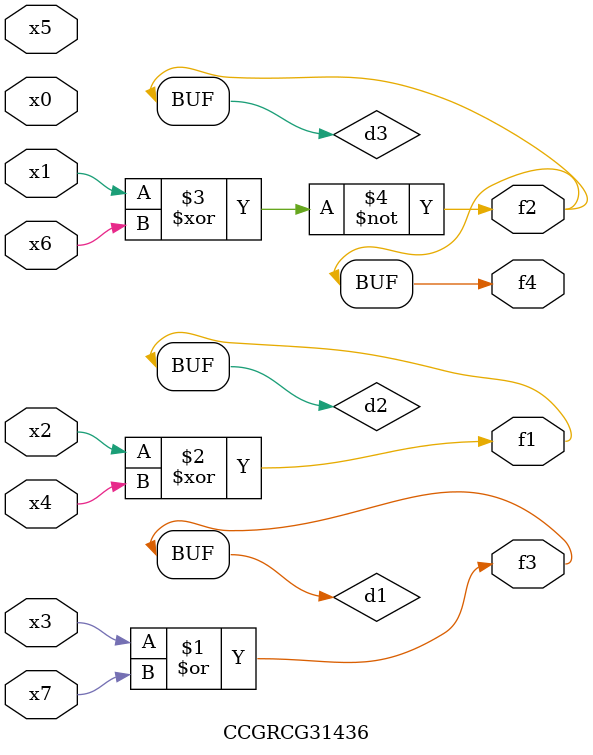
<source format=v>
module CCGRCG31436(
	input x0, x1, x2, x3, x4, x5, x6, x7,
	output f1, f2, f3, f4
);

	wire d1, d2, d3;

	or (d1, x3, x7);
	xor (d2, x2, x4);
	xnor (d3, x1, x6);
	assign f1 = d2;
	assign f2 = d3;
	assign f3 = d1;
	assign f4 = d3;
endmodule

</source>
